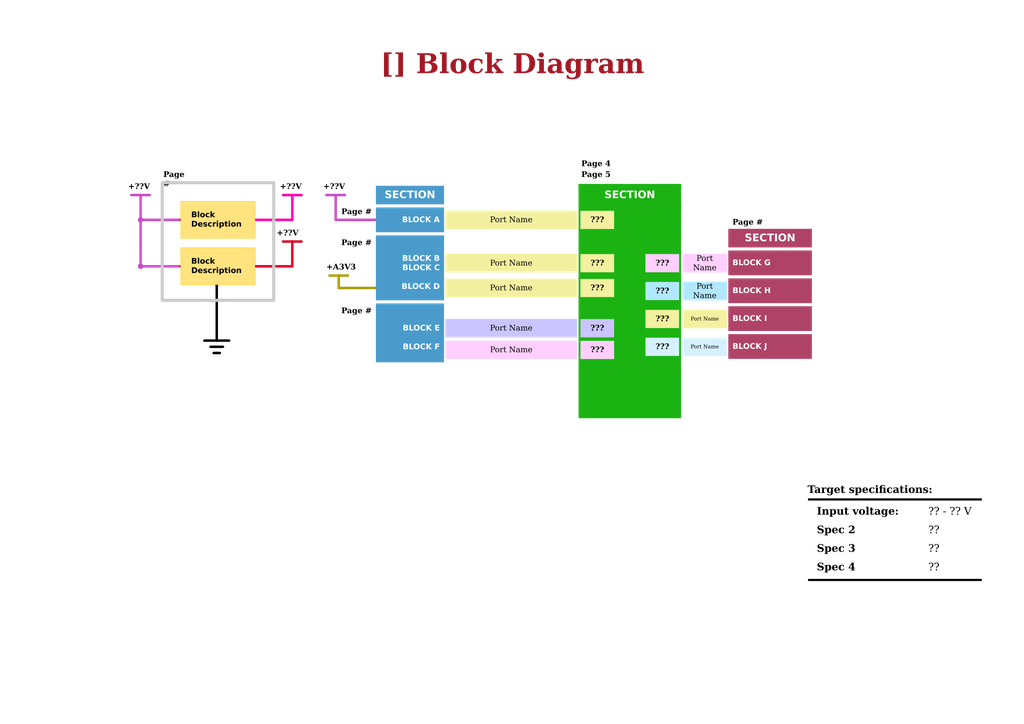
<source format=kicad_sch>
(kicad_sch
	(version 20250114)
	(generator "eeschema")
	(generator_version "9.0")
	(uuid "d4440dba-022e-49b2-97f2-6fc1871c7304")
	(paper "A3")
	(title_block
		(title "Block Diagram")
		(date "2025-12-23")
		(rev "${REVISION}")
		(company "${COMPANY}")
	)
	(lib_symbols)
	(rectangle
		(start 104.775 108.839)
		(end 105.41 109.601)
		(stroke
			(width 0.25)
			(type default)
			(color 212 0 32 1)
		)
		(fill
			(type color)
			(color 212 0 32 1)
		)
		(uuid 0237e457-1554-43e7-a04a-9bbc304cb750)
	)
	(rectangle
		(start 237.998 147.32)
		(end 251.968 171.45)
		(stroke
			(width 0)
			(type default)
			(color 26 179 18 1)
		)
		(fill
			(type color)
			(color 26 179 18 1)
		)
		(uuid 05c43237-d989-46c7-a838-1fe3e687d325)
	)
	(rectangle
		(start 73.406 108.839)
		(end 74.041 109.601)
		(stroke
			(width 0.25)
			(type default)
			(color 200 50 50 1)
		)
		(fill
			(type color)
			(color 200 50 50 1)
		)
		(uuid 0d430dd7-6ee0-49d3-a0fa-6967402d4a3a)
	)
	(rectangle
		(start 264.668 123.19)
		(end 278.638 127)
		(stroke
			(width 0)
			(type default)
			(color 26 179 18 1)
		)
		(fill
			(type color)
			(color 26 179 18 1)
		)
		(uuid 18d023c4-e3f0-46c9-87ca-5d30d9cdf2c3)
	)
	(rectangle
		(start 74.168 82.55)
		(end 104.648 97.79)
		(stroke
			(width 0)
			(type default)
			(color 255 200 0 0.5019607843)
		)
		(fill
			(type color)
			(color 255 200 0 0.5019607843)
		)
		(uuid 2d9051c0-06cf-4e3a-9d86-de06c0d33079)
	)
	(rectangle
		(start 73.406 89.789)
		(end 74.041 90.551)
		(stroke
			(width 0.25)
			(type default)
			(color 200 50 50 1)
		)
		(fill
			(type color)
			(color 200 50 50 1)
		)
		(uuid 3070d984-75bc-40bb-a077-beeef2510c95)
	)
	(rectangle
		(start 237.998 121.92)
		(end 251.968 130.81)
		(stroke
			(width 0)
			(type default)
			(color 26 179 18 1)
		)
		(fill
			(type color)
			(color 26 179 18 1)
		)
		(uuid 39c3df59-f9d6-4c44-9610-c14f06418e27)
	)
	(rectangle
		(start 264.668 146.05)
		(end 278.638 171.45)
		(stroke
			(width 0)
			(type default)
			(color 26 179 18 1)
		)
		(fill
			(type color)
			(color 26 179 18 1)
		)
		(uuid 3a6c1391-840d-4a80-9739-78b63fe94339)
	)
	(rectangle
		(start 237.998 138.43)
		(end 251.968 139.7)
		(stroke
			(width 0)
			(type default)
			(color 26 179 18 1)
		)
		(fill
			(type color)
			(color 26 179 18 1)
		)
		(uuid 421816ca-5f12-4e86-8e69-316b379c8971)
	)
	(rectangle
		(start 237.363 75.565)
		(end 279.273 77.47)
		(stroke
			(width 0.254)
			(type default)
			(color 26 179 18 1)
		)
		(fill
			(type color)
			(color 26 179 18 1)
		)
		(uuid 55bb8f5d-1716-457c-ab18-7887e7f79c32)
	)
	(circle
		(center 57.658 109.22)
		(radius 1.016)
		(stroke
			(width 0)
			(type default)
			(color 198 71 194 1)
		)
		(fill
			(type color)
			(color 198 71 194 1)
		)
		(uuid 58ff020c-c0fb-495a-a8a3-92972d07ced1)
	)
	(rectangle
		(start 153.543 89.789)
		(end 154.178 90.551)
		(stroke
			(width 0.25)
			(type default)
			(color 198 71 194 1)
		)
		(fill
			(type color)
			(color 198 71 194 1)
		)
		(uuid 71a7bc8d-71ba-4784-b706-1c489dd4699b)
	)
	(rectangle
		(start 237.998 111.76)
		(end 251.968 114.3)
		(stroke
			(width 0)
			(type default)
			(color 26 179 18 1)
		)
		(fill
			(type color)
			(color 26 179 18 1)
		)
		(uuid 7b3048d9-9f27-43c5-89d8-687bf1563aee)
	)
	(rectangle
		(start 278.638 75.565)
		(end 279.273 171.45)
		(stroke
			(width 0)
			(type default)
			(color 26 179 18 1)
		)
		(fill
			(type color)
			(color 26 179 18 1)
		)
		(uuid 82b7fc9f-5c53-4bad-ac33-36ff04086978)
	)
	(rectangle
		(start 331.47 237.49)
		(end 402.59 238.252)
		(stroke
			(width 0)
			(type default)
			(color 0 0 0 1)
		)
		(fill
			(type color)
			(color 0 0 0 1)
		)
		(uuid 8956a1c0-282a-4b1e-927b-8bc74278d14f)
	)
	(rectangle
		(start 74.168 101.6)
		(end 104.648 116.84)
		(stroke
			(width 0)
			(type default)
			(color 255 200 0 0.5019607843)
		)
		(fill
			(type color)
			(color 255 200 0 0.5019607843)
		)
		(uuid a47826fc-526c-4a52-84ae-b6a04e3e3b0c)
	)
	(rectangle
		(start 237.998 83.82)
		(end 279.273 86.36)
		(stroke
			(width 0)
			(type default)
			(color 26 179 18 1)
		)
		(fill
			(type color)
			(color 26 179 18 1)
		)
		(uuid a952ed71-59f7-4034-9137-c9beed0052e5)
	)
	(rectangle
		(start 66.548 74.93)
		(end 112.268 123.19)
		(stroke
			(width 1.27)
			(type default)
			(color 200 200 200 1)
		)
		(fill
			(type none)
		)
		(uuid b5318274-8945-46d8-99fc-2fb62def5b67)
	)
	(rectangle
		(start 251.968 85.725)
		(end 264.668 171.45)
		(stroke
			(width 0)
			(type default)
			(color 26 179 18 1)
		)
		(fill
			(type color)
			(color 26 179 18 1)
		)
		(uuid b5912d90-a2e6-47a8-b37f-79df93690db6)
	)
	(rectangle
		(start 88.392 116.84)
		(end 89.408 117.602)
		(stroke
			(width 0.001)
			(type default)
			(color 0 0 0 1)
		)
		(fill
			(type color)
			(color 0 0 0 1)
		)
		(uuid b708d319-09b2-4d42-8c3b-186b2ae54113)
	)
	(rectangle
		(start 264.668 134.62)
		(end 278.638 138.43)
		(stroke
			(width 0)
			(type default)
			(color 26 179 18 1)
		)
		(fill
			(type color)
			(color 26 179 18 1)
		)
		(uuid bdbbf18e-6f1e-46bc-83ed-402e06ceb661)
	)
	(rectangle
		(start 264.668 111.76)
		(end 278.638 115.57)
		(stroke
			(width 0)
			(type default)
			(color 26 179 18 1)
		)
		(fill
			(type color)
			(color 26 179 18 1)
		)
		(uuid be3f6889-490c-44fa-9418-f01ed8476be7)
	)
	(rectangle
		(start 264.668 86.36)
		(end 278.638 104.14)
		(stroke
			(width 0)
			(type default)
			(color 26 179 18 1)
		)
		(fill
			(type color)
			(color 26 179 18 1)
		)
		(uuid cdf72398-0431-4b4b-8fdb-00fcbee68e2a)
	)
	(rectangle
		(start 331.47 204.47)
		(end 402.59 205.232)
		(stroke
			(width 0)
			(type default)
			(color 0 0 0 1)
		)
		(fill
			(type color)
			(color 0 0 0 1)
		)
		(uuid d631d51a-2515-45dc-a2c0-e57c4fee46cd)
	)
	(rectangle
		(start 237.363 75.565)
		(end 237.998 171.45)
		(stroke
			(width 0)
			(type default)
			(color 26 179 18 1)
		)
		(fill
			(type color)
			(color 26 179 18 1)
		)
		(uuid d92c43be-acae-42f6-9179-96820bcc6ef2)
	)
	(rectangle
		(start 104.775 89.789)
		(end 105.41 90.551)
		(stroke
			(width 0.25)
			(type default)
			(color 255 0 171 1)
		)
		(fill
			(type color)
			(color 255 0 171 1)
		)
		(uuid e7ce496d-41ff-4f99-ad4b-3310127e6767)
	)
	(rectangle
		(start 153.543 117.729)
		(end 154.178 118.491)
		(stroke
			(width 0.25)
			(type default)
			(color 162 155 0 1)
		)
		(fill
			(type color)
			(color 162 155 0 1)
		)
		(uuid f2563de6-36a4-46ea-b401-ec1c1b726413)
	)
	(rectangle
		(start 237.998 93.98)
		(end 251.968 104.14)
		(stroke
			(width 0)
			(type default)
			(color 26 179 18 1)
		)
		(fill
			(type color)
			(color 26 179 18 1)
		)
		(uuid f4ff3a95-a29b-44f5-99fe-90e2d6c5e225)
	)
	(circle
		(center 57.658 90.17)
		(radius 1.016)
		(stroke
			(width 0)
			(type default)
			(color 198 71 194 1)
		)
		(fill
			(type color)
			(color 198 71 194 1)
		)
		(uuid f91516a8-4921-4198-b3b9-99239f4ff99a)
	)
	(text "+??V"
		(exclude_from_sim no)
		(at 123.698 78.74 0)
		(effects
			(font
				(face "Times New Roman")
				(size 2.286 2.286)
				(thickness 0.4572)
				(bold yes)
				(color 0 0 0 1)
			)
			(justify right bottom)
		)
		(uuid "21652dff-f089-4644-9826-ab550c17fe1e")
	)
	(text "+??V"
		(exclude_from_sim no)
		(at 122.428 97.79 0)
		(effects
			(font
				(face "Times New Roman")
				(size 2.286 2.286)
				(thickness 0.4572)
				(bold yes)
				(color 0 0 0 1)
			)
			(justify right bottom)
		)
		(uuid "39b0f7d1-5592-43ea-b435-cece3488b03d")
	)
	(text "+??V"
		(exclude_from_sim no)
		(at 132.588 78.74 0)
		(effects
			(font
				(face "Times New Roman")
				(size 2.286 2.286)
				(thickness 0.4572)
				(bold yes)
				(color 0 0 0 1)
			)
			(justify left bottom)
		)
		(uuid "61bcd564-dc47-4abd-8776-b89cef66ed38")
	)
	(text "+A3V3"
		(exclude_from_sim no)
		(at 133.858 111.76 0)
		(effects
			(font
				(face "Times New Roman")
				(size 2.286 2.286)
				(thickness 0.4572)
				(bold yes)
				(color 0 0 0 1)
			)
			(justify left bottom)
		)
		(uuid "9f95118d-0d59-44c2-9418-d899cdef91d3")
	)
	(text "+??V"
		(exclude_from_sim no)
		(at 52.578 78.74 0)
		(effects
			(font
				(face "Times New Roman")
				(size 2.286 2.286)
				(thickness 0.4572)
				(bold yes)
				(color 0 0 0 1)
			)
			(justify left bottom)
		)
		(uuid "a2780b80-7238-4e12-9f78-ef54d66dcccc")
	)
	(text_box "Spec 3"
		(exclude_from_sim no)
		(at 332.74 220.98 0)
		(size 41.91 7.62)
		(margins 2.2859 2.2859 2.2859 2.2859)
		(stroke
			(width -0.0001)
			(type default)
		)
		(fill
			(type none)
		)
		(effects
			(font
				(face "Times New Roman")
				(size 3.048 3.048)
				(thickness 0.4572)
				(bold yes)
				(color 0 0 0 1)
			)
			(justify left top)
		)
		(uuid "094af17b-7d27-428a-ac7d-32c4461d72c7")
	)
	(text_box "Block\nDescription"
		(exclude_from_sim no)
		(at 76.708 104.14 0)
		(size 25.4 10.16)
		(margins 1.7144 1.7144 1.7144 1.7144)
		(stroke
			(width -0.0001)
			(type default)
		)
		(fill
			(type none)
		)
		(effects
			(font
				(face "Arial")
				(size 2.286 2.286)
				(thickness 0.254)
				(bold yes)
				(color 0 0 0 1)
			)
			(justify left top)
		)
		(uuid "09ba23be-b0e7-4b83-8609-d145cf0340f4")
	)
	(text_box "???"
		(exclude_from_sim no)
		(at 237.998 104.14 0)
		(size 13.97 7.62)
		(margins 1.7144 1.7144 1.7144 1.7144)
		(stroke
			(width -0.0001)
			(type default)
		)
		(fill
			(type color)
			(color 243 240 160 1)
		)
		(effects
			(font
				(face "Times New Roman")
				(size 2.286 2.286)
				(bold yes)
				(color 0 0 0 1)
			)
		)
		(uuid "0aa0c4e1-070f-42df-94e3-eb4334e328f3")
	)
	(text_box "Spec 2"
		(exclude_from_sim no)
		(at 332.74 213.36 0)
		(size 43.18 7.62)
		(margins 2.2859 2.2859 2.2859 2.2859)
		(stroke
			(width -0.0001)
			(type default)
		)
		(fill
			(type none)
		)
		(effects
			(font
				(face "Times New Roman")
				(size 3.048 3.048)
				(thickness 0.4572)
				(bold yes)
				(color 0 0 0 1)
			)
			(justify left top)
		)
		(uuid "16ff5c12-a59a-498f-9a58-8440cea84b9d")
	)
	(text_box "Port Name"
		(exclude_from_sim no)
		(at 182.626 104.14 0)
		(size 54.102 7.62)
		(margins 1.7144 1.7144 1.7144 1.7144)
		(stroke
			(width -0.0001)
			(type default)
		)
		(fill
			(type color)
			(color 243 240 160 1)
		)
		(effects
			(font
				(face "Times New Roman")
				(size 2.286 2.286)
				(italic yes)
				(color 0 0 0 1)
			)
		)
		(uuid "1987247e-db63-4ffa-a72e-634d9843c64c")
	)
	(text_box "SECTION"
		(exclude_from_sim no)
		(at 237.998 76.2 0)
		(size 40.64 7.62)
		(margins 2.2859 2.2859 2.2859 2.2859)
		(stroke
			(width -0.0001)
			(type default)
		)
		(fill
			(type color)
			(color 26 179 18 1)
		)
		(effects
			(font
				(face "Arial")
				(size 3.048 3.048)
				(bold yes)
				(color 255 255 255 1)
			)
		)
		(uuid "1d0d83c3-74d6-4a1f-8c3f-65fbe3fb5ec9")
	)
	(text_box "Port Name"
		(exclude_from_sim no)
		(at 182.626 139.7 0)
		(size 54.102 7.62)
		(margins 1.7144 1.7144 1.7144 1.7144)
		(stroke
			(width -0.0001)
			(type default)
		)
		(fill
			(type color)
			(color 255 207 255 1)
		)
		(effects
			(font
				(face "Times New Roman")
				(size 2.286 2.286)
				(italic yes)
				(color 0 0 0 1)
			)
		)
		(uuid "205684f9-9b3f-4aef-bbd6-2a2cbf506b65")
	)
	(text_box "???"
		(exclude_from_sim no)
		(at 237.998 114.3 0)
		(size 13.97 7.62)
		(margins 1.7144 1.7144 1.7144 1.7144)
		(stroke
			(width -0.0001)
			(type default)
		)
		(fill
			(type color)
			(color 243 240 160 1)
		)
		(effects
			(font
				(face "Times New Roman")
				(size 2.286 2.286)
				(bold yes)
				(color 0 0 0 1)
			)
		)
		(uuid "2576afd7-0caa-4c76-bd9f-222a1d2c4dc0")
	)
	(text_box "???"
		(exclude_from_sim no)
		(at 237.998 86.36 0)
		(size 13.97 7.62)
		(margins 1.7144 1.7144 1.7144 1.7144)
		(stroke
			(width -0.0001)
			(type default)
		)
		(fill
			(type color)
			(color 243 240 160 1)
		)
		(effects
			(font
				(face "Times New Roman")
				(size 2.286 2.286)
				(bold yes)
				(color 0 0 0 1)
			)
		)
		(uuid "29f18459-3b0c-4e53-a96d-cae677d37f45")
	)
	(text_box "Page #"
		(exclude_from_sim no)
		(at 298.704 88.138 0)
		(size 17.78 5.08)
		(margins 1.7144 1.7144 1.7144 1.7144)
		(stroke
			(width -0.0001)
			(type default)
		)
		(fill
			(type none)
		)
		(effects
			(font
				(face "Times New Roman")
				(size 2.286 2.286)
				(thickness 0.4572)
				(bold yes)
				(color 0 0 0 1)
			)
			(justify left top)
			(href "#8")
		)
		(uuid "2c748904-640a-4790-9cd3-81e6145a1f3e")
	)
	(text_box "Port Name"
		(exclude_from_sim no)
		(at 279.908 104.14 0)
		(size 18.288 7.62)
		(margins 1.7144 1.7144 1.7144 1.7144)
		(stroke
			(width -0.0001)
			(type default)
		)
		(fill
			(type color)
			(color 255 207 255 1)
		)
		(effects
			(font
				(face "Times New Roman")
				(size 2.286 2.286)
				(italic yes)
				(color 0 0 0 1)
			)
		)
		(uuid "2eccac48-a697-4b98-a3f1-dcbeefca3094")
	)
	(text_box "Input voltage:"
		(exclude_from_sim no)
		(at 332.74 205.74 0)
		(size 41.91 7.62)
		(margins 2.2859 2.2859 2.2859 2.2859)
		(stroke
			(width -0.0001)
			(type default)
		)
		(fill
			(type none)
		)
		(effects
			(font
				(face "Times New Roman")
				(size 3.048 3.048)
				(thickness 0.4572)
				(bold yes)
				(color 0 0 0 1)
			)
			(justify left top)
		)
		(uuid "347e7e61-7c93-449c-8c65-b1d74937394e")
	)
	(text_box "Port Name"
		(exclude_from_sim no)
		(at 182.626 86.36 0)
		(size 54.102 7.62)
		(margins 1.7144 1.7144 1.7144 1.7144)
		(stroke
			(width -0.0001)
			(type default)
		)
		(fill
			(type color)
			(color 243 240 160 1)
		)
		(effects
			(font
				(face "Times New Roman")
				(size 2.286 2.286)
				(italic yes)
				(color 0 0 0 1)
			)
		)
		(uuid "34f97dad-9bc3-424e-b006-bedf003458aa")
	)
	(text_box "??"
		(exclude_from_sim no)
		(at 378.46 228.6 0)
		(size 24.13 7.62)
		(margins 2.2859 2.2859 2.2859 2.2859)
		(stroke
			(width -0.0001)
			(type default)
		)
		(fill
			(type none)
		)
		(effects
			(font
				(face "Times New Roman")
				(size 3.048 3.048)
				(color 0 0 0 1)
			)
			(justify left top)
		)
		(uuid "37354c60-dbdb-4aa1-a2b0-e6db1fd7a12e")
	)
	(text_box "??"
		(exclude_from_sim no)
		(at 378.46 213.36 0)
		(size 24.13 7.62)
		(margins 2.2859 2.2859 2.2859 2.2859)
		(stroke
			(width -0.0001)
			(type default)
		)
		(fill
			(type none)
		)
		(effects
			(font
				(face "Times New Roman")
				(size 3.048 3.048)
				(color 0 0 0 1)
			)
			(justify left top)
		)
		(uuid "3d9a8928-04fd-4c32-8894-e3210045027d")
	)
	(text_box "\nBLOCK E\n\nBLOCK F"
		(exclude_from_sim no)
		(at 154.178 124.46 0)
		(size 27.94 24.13)
		(margins 1.7144 1.7144 1.7144 1.7144)
		(stroke
			(width -0.0001)
			(type default)
		)
		(fill
			(type color)
			(color 74 155 203 1)
		)
		(effects
			(font
				(face "Arial")
				(size 2.286 2.286)
				(bold yes)
				(color 255 255 255 1)
			)
			(justify right)
		)
		(uuid "4299d747-90ff-4a47-9b32-97c12f9ab979")
	)
	(text_box "Port Name"
		(exclude_from_sim no)
		(at 279.908 127 0)
		(size 18.288 7.62)
		(margins 1.1429 1.1429 1.1429 1.1429)
		(stroke
			(width -0.0001)
			(type default)
		)
		(fill
			(type color)
			(color 243 240 160 1)
		)
		(effects
			(font
				(face "Times New Roman")
				(size 1.524 1.524)
				(italic yes)
				(color 0 0 0 1)
			)
		)
		(uuid "4616f06b-0c0c-4da0-aaa7-60ade012707d")
	)
	(text_box "Port Name"
		(exclude_from_sim no)
		(at 182.626 130.81 0)
		(size 54.102 7.62)
		(margins 1.7144 1.7144 1.7144 1.7144)
		(stroke
			(width -0.0001)
			(type default)
		)
		(fill
			(type color)
			(color 202 196 255 1)
		)
		(effects
			(font
				(face "Times New Roman")
				(size 2.286 2.286)
				(italic yes)
				(color 0 0 0 1)
			)
		)
		(uuid "4be2fbb4-9521-4c43-b13b-45298595a8b7")
	)
	(text_box "SECTION"
		(exclude_from_sim no)
		(at 298.704 93.853 0)
		(size 34.29 7.62)
		(margins 2.2859 2.2859 2.2859 2.2859)
		(stroke
			(width -0.0001)
			(type default)
		)
		(fill
			(type color)
			(color 175 67 103 1)
		)
		(effects
			(font
				(face "Arial")
				(size 3.048 3.048)
				(bold yes)
				(color 255 255 255 1)
			)
		)
		(uuid "50f90389-4852-4d94-a1e5-f12357304e05")
	)
	(text_box "BLOCK A"
		(exclude_from_sim no)
		(at 154.178 85.09 0)
		(size 27.94 10.16)
		(margins 1.7144 1.7144 1.7144 1.7144)
		(stroke
			(width -0.0001)
			(type default)
		)
		(fill
			(type color)
			(color 74 155 203 1)
		)
		(effects
			(font
				(face "Arial")
				(size 2.286 2.286)
				(bold yes)
				(color 255 255 255 1)
			)
			(justify right)
		)
		(uuid "5a2e6555-9060-4d4a-9a34-a05560ac30d8")
	)
	(text_box "BLOCK I"
		(exclude_from_sim no)
		(at 298.704 125.603 0)
		(size 34.29 10.16)
		(margins 1.7144 1.7144 1.7144 1.7144)
		(stroke
			(width -0.0001)
			(type default)
		)
		(fill
			(type color)
			(color 175 67 103 1)
		)
		(effects
			(font
				(face "Arial")
				(size 2.286 2.286)
				(bold yes)
				(color 255 255 255 1)
			)
			(justify left)
		)
		(uuid "5f14182b-c93f-4d15-9db7-1a029aadad7b")
	)
	(text_box "BLOCK G"
		(exclude_from_sim no)
		(at 298.704 102.743 0)
		(size 34.29 10.16)
		(margins 1.7144 1.7144 1.7144 1.7144)
		(stroke
			(width -0.0001)
			(type default)
		)
		(fill
			(type color)
			(color 175 67 103 1)
		)
		(effects
			(font
				(face "Arial")
				(size 2.286 2.286)
				(bold yes)
				(color 255 255 255 1)
			)
			(justify left)
		)
		(uuid "6f80972b-0868-4998-bb39-1d5e548cee7c")
	)
	(text_box "[${#}] ${TITLE}"
		(exclude_from_sim no)
		(at 144.78 20.32 0)
		(size 130.81 12.7)
		(margins 5.9999 5.9999 5.9999 5.9999)
		(stroke
			(width -0.0001)
			(type default)
		)
		(fill
			(type none)
		)
		(effects
			(font
				(face "Times New Roman")
				(size 8 8)
				(thickness 1.2)
				(bold yes)
				(color 162 22 34 1)
			)
		)
		(uuid "73b2b29c-2473-4e80-be0b-4f57c6856c3e")
	)
	(text_box "Page #"
		(exclude_from_sim no)
		(at 65.278 68.58 0)
		(size 13.97 5.08)
		(margins 1.7144 1.7144 1.7144 1.7144)
		(stroke
			(width -0.0001)
			(type default)
		)
		(fill
			(type none)
		)
		(effects
			(font
				(face "Times New Roman")
				(size 2.286 2.286)
				(thickness 0.4572)
				(bold yes)
				(color 0 0 0 1)
			)
			(justify left top)
		)
		(uuid "7d0acf89-7773-4e7f-ac89-c1f23d71a151")
	)
	(text_box "Page #"
		(exclude_from_sim no)
		(at 136.398 124.46 0)
		(size 17.78 5.08)
		(margins 1.7144 1.7144 1.7144 1.7144)
		(stroke
			(width -0.0001)
			(type default)
		)
		(fill
			(type none)
		)
		(effects
			(font
				(face "Times New Roman")
				(size 2.286 2.286)
				(thickness 0.4572)
				(bold yes)
				(color 0 0 0 1)
			)
			(justify right top)
			(href "#")
		)
		(uuid "7e1549f9-ed1a-486d-b663-7ab14f355318")
	)
	(text_box "Target specifications:"
		(exclude_from_sim no)
		(at 328.93 196.85 0)
		(size 73.66 7.62)
		(margins 2.2859 2.2859 2.2859 2.2859)
		(stroke
			(width -0.0001)
			(type default)
		)
		(fill
			(type none)
		)
		(effects
			(font
				(face "Times New Roman")
				(size 3.048 3.048)
				(thickness 0.4572)
				(bold yes)
				(color 0 0 0 1)
			)
			(justify left top)
		)
		(uuid "874bfc99-fafe-40d4-b7af-9ddb98b61eea")
	)
	(text_box "??"
		(exclude_from_sim no)
		(at 378.46 220.98 0)
		(size 24.13 7.62)
		(margins 2.2859 2.2859 2.2859 2.2859)
		(stroke
			(width -0.0001)
			(type default)
		)
		(fill
			(type none)
		)
		(effects
			(font
				(face "Times New Roman")
				(size 3.048 3.048)
				(color 0 0 0 1)
			)
			(justify left top)
		)
		(uuid "8d13c5b4-c5e0-49ad-8e30-5a14333c15f4")
	)
	(text_box "???"
		(exclude_from_sim no)
		(at 237.998 130.81 0)
		(size 13.97 7.62)
		(margins 1.7144 1.7144 1.7144 1.7144)
		(stroke
			(width -0.0001)
			(type default)
		)
		(fill
			(type color)
			(color 202 196 255 1)
		)
		(effects
			(font
				(face "Times New Roman")
				(size 2.286 2.286)
				(bold yes)
				(color 0 0 0 1)
			)
		)
		(uuid "8d5e3fa3-e0ae-46de-9bca-be5f9d003da2")
	)
	(text_box "Page #"
		(exclude_from_sim no)
		(at 136.398 83.82 0)
		(size 17.78 5.08)
		(margins 1.7144 1.7144 1.7144 1.7144)
		(stroke
			(width -0.0001)
			(type default)
		)
		(fill
			(type none)
		)
		(effects
			(font
				(face "Times New Roman")
				(size 2.286 2.286)
				(thickness 0.4572)
				(bold yes)
				(color 0 0 0 1)
			)
			(justify right top)
		)
		(uuid "9e4a510b-5c75-46a6-9e6e-397aa68ebd40")
	)
	(text_box "SECTION"
		(exclude_from_sim no)
		(at 154.178 76.2 0)
		(size 27.94 7.62)
		(margins 2.2859 2.2859 2.2859 2.2859)
		(stroke
			(width -0.0001)
			(type default)
		)
		(fill
			(type color)
			(color 74 155 203 1)
		)
		(effects
			(font
				(face "Arial")
				(size 3.048 3.048)
				(bold yes)
				(color 255 255 255 1)
			)
		)
		(uuid "a5dfea43-92a3-4c4a-a914-eb784ef96d73")
	)
	(text_box "?? - ?? V"
		(exclude_from_sim no)
		(at 378.46 205.74 0)
		(size 24.13 7.62)
		(margins 2.2859 2.2859 2.2859 2.2859)
		(stroke
			(width -0.0001)
			(type default)
		)
		(fill
			(type none)
		)
		(effects
			(font
				(face "Times New Roman")
				(size 3.048 3.048)
				(color 0 0 0 1)
			)
			(justify left top)
		)
		(uuid "aa388299-5267-444a-a70f-fbbbf3a9efdc")
	)
	(text_box "???"
		(exclude_from_sim no)
		(at 237.998 139.7 0)
		(size 13.97 7.62)
		(margins 1.7144 1.7144 1.7144 1.7144)
		(stroke
			(width -0.0001)
			(type default)
		)
		(fill
			(type color)
			(color 255 207 255 1)
		)
		(effects
			(font
				(face "Times New Roman")
				(size 2.286 2.286)
				(bold yes)
				(color 0 0 0 1)
			)
		)
		(uuid "ab21cef4-7adc-4acc-bdaa-b46c7f774ce6")
	)
	(text_box "???"
		(exclude_from_sim no)
		(at 264.668 138.43 0)
		(size 13.97 7.62)
		(margins 1.7144 1.7144 1.7144 1.7144)
		(stroke
			(width -0.0001)
			(type default)
		)
		(fill
			(type color)
			(color 213 241 255 1)
		)
		(effects
			(font
				(face "Times New Roman")
				(size 2.286 2.286)
				(bold yes)
				(color 0 0 0 1)
			)
		)
		(uuid "ac56c48c-4a2e-4776-9858-933bd22ee6ee")
	)
	(text_box "Page 4"
		(exclude_from_sim no)
		(at 236.728 64.135 0)
		(size 24.765 5.08)
		(margins 1.7144 1.7144 1.7144 1.7144)
		(stroke
			(width -0.0001)
			(type default)
		)
		(fill
			(type none)
		)
		(effects
			(font
				(face "Times New Roman")
				(size 2.286 2.286)
				(thickness 0.4572)
				(bold yes)
				(color 0 0 0 1)
			)
			(justify left top)
		)
		(uuid "af913ec4-8a49-4345-bec6-fafb6d986bc2")
	)
	(text_box "???"
		(exclude_from_sim no)
		(at 264.668 127 0)
		(size 13.97 7.62)
		(margins 1.7144 1.7144 1.7144 1.7144)
		(stroke
			(width -0.0001)
			(type default)
		)
		(fill
			(type color)
			(color 243 240 160 1)
		)
		(effects
			(font
				(face "Times New Roman")
				(size 2.286 2.286)
				(bold yes)
				(color 0 0 0 1)
			)
		)
		(uuid "b25023e5-acfa-4102-bb80-efad95c74d40")
	)
	(text_box "???"
		(exclude_from_sim no)
		(at 264.668 115.57 0)
		(size 13.97 7.62)
		(margins 1.7144 1.7144 1.7144 1.7144)
		(stroke
			(width -0.0001)
			(type default)
		)
		(fill
			(type color)
			(color 178 232 255 1)
		)
		(effects
			(font
				(face "Times New Roman")
				(size 2.286 2.286)
				(bold yes)
				(color 0 0 0 1)
			)
		)
		(uuid "c2c0d0c9-0dec-46a5-9473-b81815342d7b")
	)
	(text_box "Port Name"
		(exclude_from_sim no)
		(at 182.626 114.3 0)
		(size 54.102 7.62)
		(margins 1.7144 1.7144 1.7144 1.7144)
		(stroke
			(width -0.0001)
			(type default)
		)
		(fill
			(type color)
			(color 243 240 160 1)
		)
		(effects
			(font
				(face "Times New Roman")
				(size 2.286 2.286)
				(italic yes)
				(color 0 0 0 1)
			)
		)
		(uuid "c7f141f1-0a13-41d6-9001-79167345df61")
	)
	(text_box "Port Name"
		(exclude_from_sim no)
		(at 279.908 115.57 0)
		(size 18.288 7.62)
		(margins 1.7144 1.7144 1.7144 1.7144)
		(stroke
			(width -0.0001)
			(type default)
		)
		(fill
			(type color)
			(color 178 232 255 1)
		)
		(effects
			(font
				(face "Times New Roman")
				(size 2.286 2.286)
				(italic yes)
				(color 0 0 0 1)
			)
		)
		(uuid "ce8d5aa2-32fa-41ab-879e-c8a14b311e71")
	)
	(text_box "BLOCK J"
		(exclude_from_sim no)
		(at 298.704 137.033 0)
		(size 34.29 10.16)
		(margins 1.7144 1.7144 1.7144 1.7144)
		(stroke
			(width -0.0001)
			(type default)
		)
		(fill
			(type color)
			(color 175 67 103 1)
		)
		(effects
			(font
				(face "Arial")
				(size 2.286 2.286)
				(bold yes)
				(color 255 255 255 1)
			)
			(justify left)
		)
		(uuid "d11c5cc0-b2d5-4819-92dd-51b892f4bd76")
	)
	(text_box "Port Name"
		(exclude_from_sim no)
		(at 279.908 138.43 0)
		(size 18.288 7.62)
		(margins 1.1429 1.1429 1.1429 1.1429)
		(stroke
			(width -0.0001)
			(type default)
		)
		(fill
			(type color)
			(color 213 241 255 1)
		)
		(effects
			(font
				(face "Times New Roman")
				(size 1.524 1.524)
				(italic yes)
				(color 0 0 0 1)
			)
		)
		(uuid "d95aa69c-63fb-4b5d-9978-ffe4aa9ad079")
	)
	(text_box "???"
		(exclude_from_sim no)
		(at 264.668 104.14 0)
		(size 13.97 7.62)
		(margins 1.7144 1.7144 1.7144 1.7144)
		(stroke
			(width -0.0001)
			(type default)
		)
		(fill
			(type color)
			(color 255 207 255 1)
		)
		(effects
			(font
				(face "Times New Roman")
				(size 2.286 2.286)
				(bold yes)
				(color 0 0 0 1)
			)
		)
		(uuid "e2d08c91-25de-4e80-a665-a7cd6ec63101")
	)
	(text_box "Page 5"
		(exclude_from_sim no)
		(at 236.728 68.58 0)
		(size 24.765 5.08)
		(margins 1.7144 1.7144 1.7144 1.7144)
		(stroke
			(width -0.0001)
			(type default)
		)
		(fill
			(type none)
		)
		(effects
			(font
				(face "Times New Roman")
				(size 2.286 2.286)
				(thickness 0.4572)
				(bold yes)
				(color 0 0 0 1)
			)
			(justify left top)
			(href "#5")
		)
		(uuid "e8b722a7-e885-4392-8585-c14113718643")
	)
	(text_box "Page #"
		(exclude_from_sim no)
		(at 136.398 96.52 0)
		(size 17.78 5.08)
		(margins 1.7144 1.7144 1.7144 1.7144)
		(stroke
			(width -0.0001)
			(type default)
		)
		(fill
			(type none)
		)
		(effects
			(font
				(face "Times New Roman")
				(size 2.286 2.286)
				(thickness 0.4572)
				(bold yes)
				(color 0 0 0 1)
			)
			(justify right top)
		)
		(uuid "ed339cec-4d03-443c-9621-bdc36e032f0f")
	)
	(text_box "\nBLOCK B\nBLOCK C\n\nBLOCK D"
		(exclude_from_sim no)
		(at 154.178 96.52 0)
		(size 27.94 26.67)
		(margins 1.7144 1.7144 1.7144 1.7144)
		(stroke
			(width -0.0001)
			(type default)
		)
		(fill
			(type color)
			(color 74 155 203 1)
		)
		(effects
			(font
				(face "Arial")
				(size 2.286 2.286)
				(bold yes)
				(color 255 255 255 1)
			)
			(justify right)
		)
		(uuid "ed5022fd-7df6-48a2-9346-7cffbd945cc2")
	)
	(text_box "Spec 4"
		(exclude_from_sim no)
		(at 332.74 228.6 0)
		(size 44.45 7.62)
		(margins 2.2859 2.2859 2.2859 2.2859)
		(stroke
			(width -0.0001)
			(type default)
		)
		(fill
			(type none)
		)
		(effects
			(font
				(face "Times New Roman")
				(size 3.048 3.048)
				(thickness 0.4572)
				(bold yes)
				(color 0 0 0 1)
			)
			(justify left top)
		)
		(uuid "f73ecd5d-28d4-4dc6-ad8d-2c156959b733")
	)
	(text_box "Block\nDescription"
		(exclude_from_sim no)
		(at 76.708 85.09 0)
		(size 25.4 10.16)
		(margins 1.7144 1.7144 1.7144 1.7144)
		(stroke
			(width -0.0001)
			(type default)
		)
		(fill
			(type none)
		)
		(effects
			(font
				(face "Arial")
				(size 2.286 2.286)
				(thickness 0.254)
				(bold yes)
				(color 0 0 0 1)
			)
			(justify left top)
		)
		(uuid "fa5980b9-e4f3-4da8-ab01-e73489c1ad9d")
	)
	(text_box "BLOCK H"
		(exclude_from_sim no)
		(at 298.704 114.173 0)
		(size 34.29 10.16)
		(margins 1.7144 1.7144 1.7144 1.7144)
		(stroke
			(width -0.0001)
			(type default)
		)
		(fill
			(type color)
			(color 175 67 103 1)
		)
		(effects
			(font
				(face "Arial")
				(size 2.286 2.286)
				(bold yes)
				(color 255 255 255 1)
			)
			(justify left)
		)
		(uuid "fd61c9c5-9a5f-4021-bb34-8e82244796ab")
	)
	(polyline
		(pts
			(xy 119.888 99.06) (xy 116.078 99.06)
		)
		(stroke
			(width 1.016)
			(type default)
			(color 212 0 32 1)
		)
		(uuid "0ad822fe-b2bf-4728-8a43-796a70a9fcef")
	)
	(polyline
		(pts
			(xy 137.668 80.01) (xy 141.478 80.01)
		)
		(stroke
			(width 1.016)
			(type default)
			(color 198 71 194 1)
		)
		(uuid "0c4f2c87-5668-4ab3-9f54-bb552b1160e0")
	)
	(polyline
		(pts
			(xy 105.156 90.17) (xy 119.888 90.17)
		)
		(stroke
			(width 1.016)
			(type default)
			(color 255 0 171 1)
		)
		(uuid "0ed64fab-7c93-4b9e-8488-f7bf9ddb0328")
	)
	(polyline
		(pts
			(xy 153.67 118.11) (xy 138.938 118.11)
		)
		(stroke
			(width 1.016)
			(type default)
			(color 162 155 0 1)
		)
		(uuid "10164b1f-38dc-4229-b35a-0e6d2f6fb9c8")
	)
	(polyline
		(pts
			(xy 88.9 139.7) (xy 93.98 139.7)
		)
		(stroke
			(width 1.016)
			(type default)
			(color 0 0 0 1)
		)
		(uuid "108b3f3d-7870-4a32-a39e-da98900ff511")
	)
	(polyline
		(pts
			(xy 153.67 90.17) (xy 137.668 90.17)
		)
		(stroke
			(width 1.016)
			(type default)
			(color 198 71 194 1)
		)
		(uuid "12ef2ddf-0ea9-47cc-b3da-b713337e7a4d")
	)
	(polyline
		(pts
			(xy 119.888 80.01) (xy 116.078 80.01)
		)
		(stroke
			(width 1.016)
			(type default)
			(color 255 0 171 1)
		)
		(uuid "1b0d0315-6656-4680-af25-b250f62ec5f3")
	)
	(polyline
		(pts
			(xy 57.658 80.01) (xy 57.658 90.17)
		)
		(stroke
			(width 1.016)
			(type default)
			(color 198 71 194 1)
		)
		(uuid "21a79648-61f0-4be6-a4a4-b98eeda65143")
	)
	(polyline
		(pts
			(xy 133.858 80.01) (xy 137.668 80.01)
		)
		(stroke
			(width 1.016)
			(type default)
			(color 198 71 194 1)
		)
		(uuid "21ea9e82-75fb-4584-ad6e-013b648b8538")
	)
	(polyline
		(pts
			(xy 119.888 99.06) (xy 119.888 109.22)
		)
		(stroke
			(width 1.016)
			(type default)
			(color 212 0 32 1)
		)
		(uuid "3a635095-522b-4f51-99df-2ea15d8aad82")
	)
	(polyline
		(pts
			(xy 138.938 113.03) (xy 142.748 113.03)
		)
		(stroke
			(width 1.016)
			(type default)
			(color 162 155 0 1)
		)
		(uuid "42197f6a-163c-4d9b-9d4e-be2b85d91c6d")
	)
	(polyline
		(pts
			(xy 90.17 144.78) (xy 88.9 144.78)
		)
		(stroke
			(width 1.016)
			(type default)
			(color 0 0 0 1)
		)
		(uuid "4843f438-0be6-4237-8e1d-81ed69202607")
	)
	(polyline
		(pts
			(xy 57.658 99.06) (xy 57.658 109.22)
		)
		(stroke
			(width 1.016)
			(type default)
			(color 198 71 194 1)
		)
		(uuid "53c7b6a5-f8b1-4162-bb5e-e28f608fc7b0")
	)
	(polyline
		(pts
			(xy 123.698 80.01) (xy 119.888 80.01)
		)
		(stroke
			(width 1.016)
			(type default)
			(color 255 0 171 1)
		)
		(uuid "5b1ffc3a-ecff-4205-9887-1fde1b3f29c7")
	)
	(polyline
		(pts
			(xy 83.82 139.7) (xy 88.9 139.7)
		)
		(stroke
			(width 1.016)
			(type default)
			(color 0 0 0 1)
		)
		(uuid "5c614747-4d35-44e5-a560-7918f1e9dd9d")
	)
	(polyline
		(pts
			(xy 57.658 90.17) (xy 57.658 99.06)
		)
		(stroke
			(width 1.016)
			(type default)
			(color 198 71 194 1)
		)
		(uuid "5ef7bb03-210f-4261-8725-59c7015ea800")
	)
	(polyline
		(pts
			(xy 73.66 109.22) (xy 57.658 109.22)
		)
		(stroke
			(width 1.016)
			(type default)
			(color 198 71 194 1)
		)
		(uuid "60c6e967-0c41-4893-b325-74fb054b4d29")
	)
	(polyline
		(pts
			(xy 73.66 90.17) (xy 57.658 90.17)
		)
		(stroke
			(width 1.016)
			(type default)
			(color 198 71 194 1)
		)
		(uuid "734689b6-313b-4ec0-8e2e-e0b491f895c4")
	)
	(polyline
		(pts
			(xy 53.848 80.01) (xy 57.658 80.01)
		)
		(stroke
			(width 1.016)
			(type default)
			(color 198 71 194 1)
		)
		(uuid "7ae1c493-e7e4-4dbb-bb88-6bab6e4eaeb6")
	)
	(polyline
		(pts
			(xy 57.658 80.01) (xy 61.468 80.01)
		)
		(stroke
			(width 1.016)
			(type default)
			(color 198 71 194 1)
		)
		(uuid "8c32da8a-4531-44a0-8824-bbf140ba9e6a")
	)
	(polyline
		(pts
			(xy 88.9 117.348) (xy 88.9 139.7)
		)
		(stroke
			(width 1.016)
			(type default)
			(color 0 0 0 1)
		)
		(uuid "8f1e723c-cb46-42d5-9f0d-53653b347507")
	)
	(polyline
		(pts
			(xy 88.9 123.19) (xy 85.09 123.19)
		)
		(stroke
			(width 1.016)
			(type default)
			(color 0 0 0 1)
		)
		(uuid "906413a8-3629-4e1f-a212-33f5f54b8ca3")
	)
	(polyline
		(pts
			(xy 137.668 80.01) (xy 137.668 90.17)
		)
		(stroke
			(width 1.016)
			(type default)
			(color 198 71 194 1)
		)
		(uuid "9e94e400-0ca7-4a19-9721-e89096fc8ef1")
	)
	(polyline
		(pts
			(xy 88.9 144.78) (xy 87.63 144.78)
		)
		(stroke
			(width 1.016)
			(type default)
			(color 0 0 0 1)
		)
		(uuid "9fd90c44-7057-4a26-a7ab-c33c5beb28e1")
	)
	(polyline
		(pts
			(xy 92.71 123.19) (xy 88.9 123.19)
		)
		(stroke
			(width 1.016)
			(type default)
			(color 0 0 0 1)
		)
		(uuid "a28c6aa9-e851-4c4a-a8b6-364b13034eaf")
	)
	(polyline
		(pts
			(xy 119.888 80.01) (xy 119.888 90.17)
		)
		(stroke
			(width 1.016)
			(type default)
			(color 255 0 171 1)
		)
		(uuid "a322456e-1e18-4992-b811-547b83e46d9a")
	)
	(polyline
		(pts
			(xy 123.698 99.06) (xy 119.888 99.06)
		)
		(stroke
			(width 1.016)
			(type default)
			(color 212 0 32 1)
		)
		(uuid "a97da915-ffc2-43ac-80c4-e7eb9cf7c5a5")
	)
	(polyline
		(pts
			(xy 138.938 113.03) (xy 138.938 118.11)
		)
		(stroke
			(width 1.016)
			(type default)
			(color 162 155 0 1)
		)
		(uuid "d3dfefd7-14b2-42bf-bfc0-0b28c195ff97")
	)
	(polyline
		(pts
			(xy 91.44 142.24) (xy 88.9 142.24)
		)
		(stroke
			(width 1.016)
			(type default)
			(color 0 0 0 1)
		)
		(uuid "e812ef17-820a-4d51-ab4b-214bf4a7ff4f")
	)
	(polyline
		(pts
			(xy 105.156 109.22) (xy 119.888 109.22)
		)
		(stroke
			(width 1.016)
			(type default)
			(color 212 0 32 1)
		)
		(uuid "e98c2a4a-d187-46a2-8813-e5c9e3527045")
	)
	(polyline
		(pts
			(xy 88.9 142.24) (xy 86.36 142.24)
		)
		(stroke
			(width 1.016)
			(type default)
			(color 0 0 0 1)
		)
		(uuid "ecec9f07-c25e-4a64-8539-dbb99696f340")
	)
	(polyline
		(pts
			(xy 135.128 113.03) (xy 138.938 113.03)
		)
		(stroke
			(width 1.016)
			(type default)
			(color 162 155 0 1)
		)
		(uuid "fcad9baf-054e-4bf8-8a63-c65f2b19baea")
	)
)

</source>
